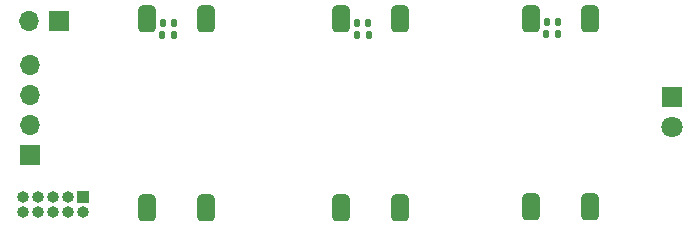
<source format=gbr>
%TF.GenerationSoftware,KiCad,Pcbnew,(6.0.2)*%
%TF.CreationDate,2023-04-03T14:54:34+02:00*%
%TF.ProjectId,IR_lights,49525f6c-6967-4687-9473-2e6b69636164,rev?*%
%TF.SameCoordinates,Original*%
%TF.FileFunction,Soldermask,Bot*%
%TF.FilePolarity,Negative*%
%FSLAX46Y46*%
G04 Gerber Fmt 4.6, Leading zero omitted, Abs format (unit mm)*
G04 Created by KiCad (PCBNEW (6.0.2)) date 2023-04-03 14:54:34*
%MOMM*%
%LPD*%
G01*
G04 APERTURE LIST*
G04 Aperture macros list*
%AMRoundRect*
0 Rectangle with rounded corners*
0 $1 Rounding radius*
0 $2 $3 $4 $5 $6 $7 $8 $9 X,Y pos of 4 corners*
0 Add a 4 corners polygon primitive as box body*
4,1,4,$2,$3,$4,$5,$6,$7,$8,$9,$2,$3,0*
0 Add four circle primitives for the rounded corners*
1,1,$1+$1,$2,$3*
1,1,$1+$1,$4,$5*
1,1,$1+$1,$6,$7*
1,1,$1+$1,$8,$9*
0 Add four rect primitives between the rounded corners*
20,1,$1+$1,$2,$3,$4,$5,0*
20,1,$1+$1,$4,$5,$6,$7,0*
20,1,$1+$1,$6,$7,$8,$9,0*
20,1,$1+$1,$8,$9,$2,$3,0*%
G04 Aperture macros list end*
%ADD10R,1.700000X1.700000*%
%ADD11O,1.700000X1.700000*%
%ADD12R,1.000000X1.000000*%
%ADD13O,1.000000X1.000000*%
%ADD14R,1.800000X1.800000*%
%ADD15C,1.800000*%
%ADD16RoundRect,0.140000X-0.140000X-0.170000X0.140000X-0.170000X0.140000X0.170000X-0.140000X0.170000X0*%
%ADD17RoundRect,0.135000X0.135000X0.185000X-0.135000X0.185000X-0.135000X-0.185000X0.135000X-0.185000X0*%
%ADD18RoundRect,0.381000X-0.381000X0.762000X-0.381000X-0.762000X0.381000X-0.762000X0.381000X0.762000X0*%
G04 APERTURE END LIST*
D10*
%TO.C,J2*%
X131500000Y-106250000D03*
D11*
X131500000Y-103710000D03*
X131500000Y-101170000D03*
X131500000Y-98630000D03*
%TD*%
D10*
%TO.C,J3*%
X134000000Y-94950000D03*
D11*
X131460000Y-94950000D03*
%TD*%
D12*
%TO.C,J1*%
X135975000Y-109775000D03*
D13*
X135975000Y-111045000D03*
X134705000Y-109775000D03*
X134705000Y-111045000D03*
X133435000Y-109775000D03*
X133435000Y-111045000D03*
X132165000Y-109775000D03*
X132165000Y-111045000D03*
X130895000Y-109775000D03*
X130895000Y-111045000D03*
%TD*%
D14*
%TO.C,D4*%
X185900000Y-101375000D03*
D15*
X185900000Y-103915000D03*
%TD*%
D16*
%TO.C,C6*%
X175270000Y-95025000D03*
X176230000Y-95025000D03*
%TD*%
%TO.C,C7*%
X159195000Y-95100000D03*
X160155000Y-95100000D03*
%TD*%
D17*
%TO.C,R5*%
X143750000Y-96100000D03*
X142730000Y-96100000D03*
%TD*%
D18*
%TO.C,SW1*%
X141425000Y-94750000D03*
X141425000Y-110750000D03*
X146425000Y-94750000D03*
X146425000Y-110750000D03*
%TD*%
D17*
%TO.C,R4*%
X176265000Y-96050000D03*
X175245000Y-96050000D03*
%TD*%
%TO.C,R6*%
X160190000Y-96100000D03*
X159170000Y-96100000D03*
%TD*%
D18*
%TO.C,SW3*%
X173950000Y-94700000D03*
X173950000Y-110700000D03*
X178950000Y-94700000D03*
X178950000Y-110700000D03*
%TD*%
%TO.C,SW2*%
X157875000Y-94750000D03*
X157875000Y-110750000D03*
X162875000Y-94750000D03*
X162875000Y-110750000D03*
%TD*%
D16*
%TO.C,C1*%
X142745000Y-95075000D03*
X143705000Y-95075000D03*
%TD*%
M02*

</source>
